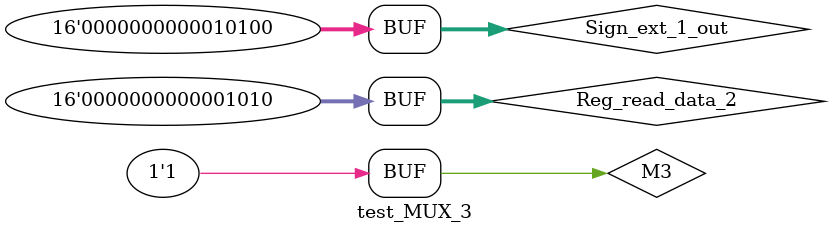
<source format=v>
`timescale 1ns / 1ps
module test_MUX_3;

parameter N=16;

reg  M3; 
reg [N-1:0] Sign_ext_1_out;
reg [N-1:0] Reg_read_data_2;
wire [N-1:0] MUX_3_out;

MUX_3 mx3 (
    .M3 (M3),
    .Sign_ext_1_out (Sign_ext_1_out),
    .Reg_read_data_2 (Reg_read_data_2),
    .MUX_3_out (MUX_3_out) 
);

initial

begin
    #0 M3=0;
    #0 Reg_read_data_2 = 10;
    #0 Sign_ext_1_out = 20;
    #5 M3=1;
end

endmodule
    
</source>
